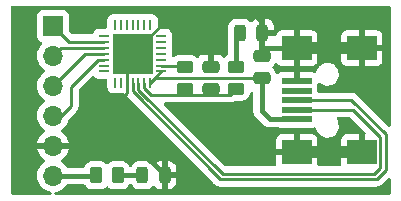
<source format=gtl>
%TF.GenerationSoftware,KiCad,Pcbnew,(6.0.5)*%
%TF.CreationDate,2024-01-21T09:52:01+01:00*%
%TF.ProjectId,pmod_usb_serial,706d6f64-5f75-4736-925f-73657269616c,rev?*%
%TF.SameCoordinates,Original*%
%TF.FileFunction,Copper,L1,Top*%
%TF.FilePolarity,Positive*%
%FSLAX46Y46*%
G04 Gerber Fmt 4.6, Leading zero omitted, Abs format (unit mm)*
G04 Created by KiCad (PCBNEW (6.0.5)) date 2024-01-21 09:52:01*
%MOMM*%
%LPD*%
G01*
G04 APERTURE LIST*
G04 Aperture macros list*
%AMRoundRect*
0 Rectangle with rounded corners*
0 $1 Rounding radius*
0 $2 $3 $4 $5 $6 $7 $8 $9 X,Y pos of 4 corners*
0 Add a 4 corners polygon primitive as box body*
4,1,4,$2,$3,$4,$5,$6,$7,$8,$9,$2,$3,0*
0 Add four circle primitives for the rounded corners*
1,1,$1+$1,$2,$3*
1,1,$1+$1,$4,$5*
1,1,$1+$1,$6,$7*
1,1,$1+$1,$8,$9*
0 Add four rect primitives between the rounded corners*
20,1,$1+$1,$2,$3,$4,$5,0*
20,1,$1+$1,$4,$5,$6,$7,0*
20,1,$1+$1,$6,$7,$8,$9,0*
20,1,$1+$1,$8,$9,$2,$3,0*%
G04 Aperture macros list end*
%TA.AperFunction,SMDPad,CuDef*%
%ADD10RoundRect,0.250000X0.262500X0.450000X-0.262500X0.450000X-0.262500X-0.450000X0.262500X-0.450000X0*%
%TD*%
%TA.AperFunction,SMDPad,CuDef*%
%ADD11RoundRect,0.062500X0.062500X-0.337500X0.062500X0.337500X-0.062500X0.337500X-0.062500X-0.337500X0*%
%TD*%
%TA.AperFunction,SMDPad,CuDef*%
%ADD12RoundRect,0.062500X0.337500X-0.062500X0.337500X0.062500X-0.337500X0.062500X-0.337500X-0.062500X0*%
%TD*%
%TA.AperFunction,SMDPad,CuDef*%
%ADD13R,3.350000X3.350000*%
%TD*%
%TA.AperFunction,SMDPad,CuDef*%
%ADD14R,2.500000X0.500000*%
%TD*%
%TA.AperFunction,SMDPad,CuDef*%
%ADD15R,2.500000X2.000000*%
%TD*%
%TA.AperFunction,SMDPad,CuDef*%
%ADD16RoundRect,0.250000X0.475000X-0.250000X0.475000X0.250000X-0.475000X0.250000X-0.475000X-0.250000X0*%
%TD*%
%TA.AperFunction,SMDPad,CuDef*%
%ADD17RoundRect,0.250000X-0.450000X0.262500X-0.450000X-0.262500X0.450000X-0.262500X0.450000X0.262500X0*%
%TD*%
%TA.AperFunction,ComponentPad*%
%ADD18R,1.700000X1.700000*%
%TD*%
%TA.AperFunction,ComponentPad*%
%ADD19O,1.700000X1.700000*%
%TD*%
%TA.AperFunction,SMDPad,CuDef*%
%ADD20RoundRect,0.250000X0.450000X-0.262500X0.450000X0.262500X-0.450000X0.262500X-0.450000X-0.262500X0*%
%TD*%
%TA.AperFunction,SMDPad,CuDef*%
%ADD21RoundRect,0.243750X0.243750X0.456250X-0.243750X0.456250X-0.243750X-0.456250X0.243750X-0.456250X0*%
%TD*%
%TA.AperFunction,SMDPad,CuDef*%
%ADD22RoundRect,0.250000X-0.475000X0.250000X-0.475000X-0.250000X0.475000X-0.250000X0.475000X0.250000X0*%
%TD*%
%TA.AperFunction,ViaPad*%
%ADD23C,0.800000*%
%TD*%
%TA.AperFunction,Conductor*%
%ADD24C,0.250000*%
%TD*%
%TA.AperFunction,Conductor*%
%ADD25C,0.400000*%
%TD*%
%TA.AperFunction,Conductor*%
%ADD26C,1.000000*%
%TD*%
G04 APERTURE END LIST*
D10*
%TO.P,R3,1*%
%TO.N,Net-(D2-Pad2)*%
X135913500Y-103886000D03*
%TO.P,R3,2*%
%TO.N,Net-(PMOD1-Pad6)*%
X134088500Y-103886000D03*
%TD*%
D11*
%TO.P,U1,1,~{DCD}*%
%TO.N,unconnected-(U1-Pad1)*%
X135660000Y-96049000D03*
%TO.P,U1,2,~{RI}/CLK*%
%TO.N,unconnected-(U1-Pad2)*%
X136160000Y-96049000D03*
%TO.P,U1,3,GND*%
%TO.N,GND*%
X136660000Y-96049000D03*
%TO.P,U1,4,D+*%
%TO.N,Net-(J1-Pad3)*%
X137160000Y-96049000D03*
%TO.P,U1,5,D-*%
%TO.N,Net-(J1-Pad2)*%
X137660000Y-96049000D03*
%TO.P,U1,6,VDD*%
%TO.N,Net-(C2-Pad1)*%
X138160000Y-96049000D03*
%TO.P,U1,7,VREGIN*%
%TO.N,+5V*%
X138660000Y-96049000D03*
D12*
%TO.P,U1,8,VBUS*%
X139610000Y-95099000D03*
%TO.P,U1,9,~{RST}*%
%TO.N,Net-(R2-Pad2)*%
X139610000Y-94599000D03*
%TO.P,U1,10,NC*%
%TO.N,unconnected-(U1-Pad10)*%
X139610000Y-94099000D03*
%TO.P,U1,11,~{SUSPEND}*%
%TO.N,unconnected-(U1-Pad11)*%
X139610000Y-93599000D03*
%TO.P,U1,12,SUSPEND*%
%TO.N,unconnected-(U1-Pad12)*%
X139610000Y-93099000D03*
%TO.P,U1,13,CHREN*%
%TO.N,unconnected-(U1-Pad13)*%
X139610000Y-92599000D03*
%TO.P,U1,14,CHR1*%
%TO.N,unconnected-(U1-Pad14)*%
X139610000Y-92099000D03*
D11*
%TO.P,U1,15,CHR0*%
%TO.N,unconnected-(U1-Pad15)*%
X138660000Y-91149000D03*
%TO.P,U1,16,~{WAKEUP}/GPIO.3*%
%TO.N,unconnected-(U1-Pad16)*%
X138160000Y-91149000D03*
%TO.P,U1,17,RS485/GPIO.2*%
%TO.N,unconnected-(U1-Pad17)*%
X137660000Y-91149000D03*
%TO.P,U1,18,~{RXT}/GPIO.1*%
%TO.N,unconnected-(U1-Pad18)*%
X137160000Y-91149000D03*
%TO.P,U1,19,~{TXT}/GPIO.0*%
%TO.N,unconnected-(U1-Pad19)*%
X136660000Y-91149000D03*
%TO.P,U1,20,GPIO.6*%
%TO.N,unconnected-(U1-Pad20)*%
X136160000Y-91149000D03*
%TO.P,U1,21,GPIO.5*%
%TO.N,unconnected-(U1-Pad21)*%
X135660000Y-91149000D03*
D12*
%TO.P,U1,22,GPIO.4*%
%TO.N,unconnected-(U1-Pad22)*%
X134710000Y-92099000D03*
%TO.P,U1,23,~{CTS}*%
%TO.N,Net-(U1-Pad23)*%
X134710000Y-92599000D03*
%TO.P,U1,24,~{RTS}*%
%TO.N,Net-(U1-Pad24)*%
X134710000Y-93099000D03*
%TO.P,U1,25,RXD*%
%TO.N,Net-(U1-Pad25)*%
X134710000Y-93599000D03*
%TO.P,U1,26,TXD*%
%TO.N,Net-(U1-Pad26)*%
X134710000Y-94099000D03*
%TO.P,U1,27,~{DSR}*%
%TO.N,unconnected-(U1-Pad27)*%
X134710000Y-94599000D03*
%TO.P,U1,28,~{DTR}*%
%TO.N,unconnected-(U1-Pad28)*%
X134710000Y-95099000D03*
D13*
%TO.P,U1,29,GND*%
%TO.N,GND*%
X137160000Y-93599000D03*
%TD*%
D14*
%TO.P,J1,1,VBUS*%
%TO.N,+5V*%
X151061000Y-99136000D03*
%TO.P,J1,2,D-*%
%TO.N,Net-(J1-Pad2)*%
X151061000Y-98336000D03*
%TO.P,J1,3,D+*%
%TO.N,Net-(J1-Pad3)*%
X151061000Y-97536000D03*
%TO.P,J1,4,ID*%
%TO.N,unconnected-(J1-Pad4)*%
X151061000Y-96736000D03*
%TO.P,J1,5,GND*%
%TO.N,GND*%
X151061000Y-95936000D03*
D15*
%TO.P,J1,6,Shield*%
X151061000Y-101936000D03*
X151061000Y-93136000D03*
X156561000Y-93136000D03*
X156561000Y-101936000D03*
%TD*%
D16*
%TO.P,C2,1*%
%TO.N,Net-(C2-Pad1)*%
X143764000Y-96581000D03*
%TO.P,C2,2*%
%TO.N,GND*%
X143764000Y-94681000D03*
%TD*%
D17*
%TO.P,R1,1*%
%TO.N,Net-(D1-Pad2)*%
X145923000Y-94718500D03*
%TO.P,R1,2*%
%TO.N,Net-(C2-Pad1)*%
X145923000Y-96543500D03*
%TD*%
D18*
%TO.P,PMOD1,1,IO0*%
%TO.N,Net-(U1-Pad23)*%
X130428000Y-91244000D03*
D19*
%TO.P,PMOD1,2,IO1*%
%TO.N,Net-(U1-Pad24)*%
X130428000Y-93784000D03*
%TO.P,PMOD1,3,IO2*%
%TO.N,Net-(U1-Pad25)*%
X130428000Y-96324000D03*
%TO.P,PMOD1,4,IO3*%
%TO.N,Net-(U1-Pad26)*%
X130428000Y-98864000D03*
%TO.P,PMOD1,5,GND*%
%TO.N,GND*%
X130428000Y-101404000D03*
%TO.P,PMOD1,6,VCC*%
%TO.N,Net-(PMOD1-Pad6)*%
X130428000Y-103944000D03*
%TD*%
D20*
%TO.P,R2,1*%
%TO.N,Net-(C2-Pad1)*%
X141605000Y-96543500D03*
%TO.P,R2,2*%
%TO.N,Net-(R2-Pad2)*%
X141605000Y-94718500D03*
%TD*%
D21*
%TO.P,D2,1,K*%
%TO.N,GND*%
X139875500Y-103886000D03*
%TO.P,D2,2,A*%
%TO.N,Net-(D2-Pad2)*%
X138000500Y-103886000D03*
%TD*%
D22*
%TO.P,C1,1*%
%TO.N,GND*%
X148082000Y-93792000D03*
%TO.P,C1,2*%
%TO.N,+5V*%
X148082000Y-95692000D03*
%TD*%
D21*
%TO.P,D1,1,K*%
%TO.N,GND*%
X148130500Y-91821000D03*
%TO.P,D1,2,A*%
%TO.N,Net-(D1-Pad2)*%
X146255500Y-91821000D03*
%TD*%
D23*
%TO.N,GND*%
X143764000Y-92837000D03*
X136144000Y-97409000D03*
X154006000Y-93136000D03*
X153969000Y-101936000D03*
X141097000Y-90932000D03*
%TD*%
D24*
%TO.N,GND*%
X137160000Y-93599000D02*
X137162672Y-93599000D01*
X136660000Y-94099000D02*
X137160000Y-93599000D01*
X136144000Y-97409000D02*
X136144000Y-101346000D01*
D25*
X143764000Y-92075000D02*
X144843500Y-90995500D01*
X151061000Y-95936000D02*
X151061000Y-93136000D01*
D24*
X139829672Y-90932000D02*
X140843000Y-90932000D01*
D25*
X148082000Y-91869500D02*
X148130500Y-91821000D01*
X148082000Y-93792000D02*
X148082000Y-93091000D01*
X148082000Y-91772500D02*
X148130500Y-91821000D01*
X147574000Y-90424000D02*
X148082000Y-90932000D01*
X137393500Y-101404000D02*
X136086000Y-101404000D01*
D24*
X136660000Y-96893000D02*
X136144000Y-97409000D01*
X136144000Y-101346000D02*
X136086000Y-101404000D01*
D26*
X156561000Y-101936000D02*
X153969000Y-101936000D01*
X153969000Y-101936000D02*
X151061000Y-101936000D01*
D25*
X136086000Y-101404000D02*
X130428000Y-101404000D01*
X148082000Y-93091000D02*
X148082000Y-91869500D01*
D24*
X140843000Y-90932000D02*
X141097000Y-90932000D01*
D25*
X143764000Y-92837000D02*
X143764000Y-94681000D01*
D24*
X136660000Y-96049000D02*
X136660000Y-94099000D01*
X137162672Y-93599000D02*
X139829672Y-90932000D01*
D25*
X143764000Y-92837000D02*
X143764000Y-92075000D01*
X145415000Y-90424000D02*
X147574000Y-90424000D01*
X151061000Y-93136000D02*
X148127000Y-93136000D01*
D26*
X154006000Y-93136000D02*
X151061000Y-93136000D01*
X156561000Y-93136000D02*
X154006000Y-93136000D01*
D25*
X144843500Y-90995500D02*
X145415000Y-90424000D01*
X139875500Y-103886000D02*
X137393500Y-101404000D01*
X144780000Y-90932000D02*
X144843500Y-90995500D01*
X148082000Y-90932000D02*
X148082000Y-91772500D01*
D24*
X136660000Y-96049000D02*
X136660000Y-96893000D01*
D25*
X148127000Y-93136000D02*
X148082000Y-93091000D01*
X141097000Y-90932000D02*
X144780000Y-90932000D01*
%TO.N,+5V*%
X151061000Y-99136000D02*
X148793000Y-99136000D01*
D24*
X148082000Y-95692000D02*
X148021000Y-95631000D01*
X148021000Y-95631000D02*
X139192000Y-95631000D01*
D25*
X148082000Y-98425000D02*
X148082000Y-95692000D01*
D24*
X138660000Y-96049000D02*
X139135000Y-95574000D01*
D25*
X148793000Y-99136000D02*
X148082000Y-98425000D01*
D24*
X139192000Y-95631000D02*
X139135000Y-95574000D01*
X139135000Y-95574000D02*
X139610000Y-95099000D01*
%TO.N,Net-(C2-Pad1)*%
X138160000Y-96049000D02*
X138160000Y-96496327D01*
X138160000Y-96496327D02*
X138751337Y-97087664D01*
X141537664Y-97087664D02*
X143704336Y-97087664D01*
X143764000Y-97028000D02*
X143704336Y-97087664D01*
X141605000Y-96543500D02*
X141605000Y-97020328D01*
X138751337Y-97087664D02*
X141537664Y-97087664D01*
X143764000Y-96581000D02*
X143764000Y-97028000D01*
X145378836Y-97087664D02*
X145923000Y-96543500D01*
X143704336Y-97087664D02*
X145378836Y-97087664D01*
X141605000Y-97020328D02*
X141537664Y-97087664D01*
D25*
%TO.N,Net-(D1-Pad2)*%
X145923000Y-94718500D02*
X145923000Y-92153500D01*
X145923000Y-92153500D02*
X146255500Y-91821000D01*
%TO.N,Net-(D2-Pad2)*%
X135913500Y-103886000D02*
X138000500Y-103886000D01*
D24*
%TO.N,Net-(J1-Pad2)*%
X158135511Y-100611489D02*
X155860022Y-98336000D01*
X158135511Y-103260511D02*
X158135511Y-100611489D01*
X137660000Y-96049000D02*
X137660000Y-96632045D01*
X157637022Y-103759000D02*
X158135511Y-103260511D01*
X137660000Y-96632045D02*
X144786955Y-103759000D01*
X155860022Y-98336000D02*
X151061000Y-98336000D01*
X144786955Y-103759000D02*
X157637022Y-103759000D01*
%TO.N,Net-(J1-Pad3)*%
X158585031Y-100425292D02*
X155695740Y-97536000D01*
X158585031Y-103446709D02*
X158585031Y-100425292D01*
X155695740Y-97536000D02*
X151061000Y-97536000D01*
X157823219Y-104208520D02*
X158585031Y-103446709D01*
X137160000Y-96767763D02*
X144600757Y-104208520D01*
X137160000Y-96049000D02*
X137160000Y-96767763D01*
X144600757Y-104208520D02*
X157823219Y-104208520D01*
%TO.N,Net-(U1-Pad23)*%
X134710000Y-92599000D02*
X131783000Y-92599000D01*
X131783000Y-92599000D02*
X130428000Y-91244000D01*
%TO.N,Net-(U1-Pad24)*%
X134710000Y-93099000D02*
X131113000Y-93099000D01*
X131113000Y-93099000D02*
X130428000Y-93784000D01*
%TO.N,Net-(U1-Pad25)*%
X133153000Y-93599000D02*
X130428000Y-96324000D01*
X134710000Y-93599000D02*
X133153000Y-93599000D01*
%TO.N,Net-(U1-Pad26)*%
X131953000Y-96408672D02*
X131953000Y-98044000D01*
X134710000Y-94099000D02*
X134262672Y-94099000D01*
X131133000Y-98864000D02*
X130428000Y-98864000D01*
X134262672Y-94099000D02*
X131953000Y-96408672D01*
X131953000Y-98044000D02*
X131133000Y-98864000D01*
D25*
%TO.N,Net-(PMOD1-Pad6)*%
X134030500Y-103944000D02*
X134088500Y-103886000D01*
X130428000Y-103944000D02*
X134030500Y-103944000D01*
D24*
%TO.N,Net-(R2-Pad2)*%
X141485500Y-94599000D02*
X141605000Y-94718500D01*
X139610000Y-94599000D02*
X141485500Y-94599000D01*
%TD*%
%TA.AperFunction,Conductor*%
%TO.N,GND*%
G36*
X158945621Y-89555502D02*
G01*
X158992114Y-89609158D01*
X159003500Y-89661500D01*
X159003500Y-99643667D01*
X158983498Y-99711788D01*
X158929842Y-99758281D01*
X158859568Y-99768385D01*
X158794988Y-99738891D01*
X158788405Y-99732762D01*
X158281097Y-99225453D01*
X156199392Y-97143747D01*
X156191852Y-97135461D01*
X156187740Y-97128982D01*
X156138088Y-97082356D01*
X156135247Y-97079602D01*
X156115510Y-97059865D01*
X156112313Y-97057385D01*
X156103291Y-97049680D01*
X156100784Y-97047326D01*
X156071061Y-97019414D01*
X156064115Y-97015595D01*
X156064112Y-97015593D01*
X156053306Y-97009652D01*
X156036787Y-96998801D01*
X156036323Y-96998441D01*
X156020781Y-96986386D01*
X156013512Y-96983241D01*
X156013508Y-96983238D01*
X155980203Y-96968826D01*
X155969553Y-96963609D01*
X155930800Y-96942305D01*
X155911177Y-96937267D01*
X155892474Y-96930863D01*
X155881160Y-96925967D01*
X155881159Y-96925967D01*
X155873885Y-96922819D01*
X155866062Y-96921580D01*
X155866052Y-96921577D01*
X155830216Y-96915901D01*
X155818596Y-96913495D01*
X155783451Y-96904472D01*
X155783450Y-96904472D01*
X155775770Y-96902500D01*
X155755516Y-96902500D01*
X155735805Y-96900949D01*
X155723626Y-96899020D01*
X155715797Y-96897780D01*
X155707905Y-96898526D01*
X155671779Y-96901941D01*
X155659921Y-96902500D01*
X152945500Y-96902500D01*
X152877379Y-96882498D01*
X152830886Y-96828842D01*
X152819500Y-96776500D01*
X152819500Y-96437866D01*
X152812745Y-96375684D01*
X152809971Y-96368284D01*
X152808966Y-96364058D01*
X152808966Y-96305761D01*
X152813105Y-96288354D01*
X152818631Y-96237486D01*
X152819000Y-96230672D01*
X152819000Y-96156282D01*
X152839002Y-96088161D01*
X152892658Y-96041668D01*
X152962932Y-96031564D01*
X153027248Y-96060862D01*
X153031466Y-96065322D01*
X153190975Y-96177011D01*
X153196838Y-96179548D01*
X153363825Y-96251810D01*
X153363829Y-96251811D01*
X153369684Y-96254345D01*
X153375931Y-96255650D01*
X153375934Y-96255651D01*
X153555557Y-96293176D01*
X153555562Y-96293177D01*
X153560293Y-96294165D01*
X153566685Y-96294500D01*
X153709663Y-96294500D01*
X153778951Y-96287462D01*
X153848378Y-96280410D01*
X153848379Y-96280410D01*
X153854727Y-96279765D01*
X153935843Y-96254345D01*
X154034451Y-96223444D01*
X154034456Y-96223442D01*
X154040541Y-96221535D01*
X154158259Y-96156282D01*
X154205271Y-96130223D01*
X154205274Y-96130221D01*
X154210850Y-96127130D01*
X154215691Y-96122981D01*
X154215695Y-96122978D01*
X154353855Y-96004560D01*
X154358698Y-96000409D01*
X154364911Y-95992400D01*
X154474131Y-95851594D01*
X154478046Y-95846547D01*
X154497921Y-95806157D01*
X154561200Y-95677556D01*
X154564018Y-95671829D01*
X154590870Y-95568742D01*
X154611492Y-95489575D01*
X154611492Y-95489572D01*
X154613102Y-95483393D01*
X154618360Y-95383064D01*
X154622959Y-95295317D01*
X154622959Y-95295313D01*
X154623293Y-95288936D01*
X154597450Y-95118054D01*
X154595130Y-95102715D01*
X154595130Y-95102714D01*
X154594175Y-95096401D01*
X154591972Y-95090415D01*
X154591971Y-95090409D01*
X154529140Y-94919640D01*
X154529138Y-94919635D01*
X154526937Y-94913654D01*
X154424326Y-94748160D01*
X154389871Y-94711724D01*
X154294919Y-94611315D01*
X154290534Y-94606678D01*
X154270986Y-94592990D01*
X154136259Y-94498654D01*
X154131025Y-94494989D01*
X154083013Y-94474212D01*
X153958175Y-94420190D01*
X153958171Y-94420189D01*
X153952316Y-94417655D01*
X153946069Y-94416350D01*
X153946066Y-94416349D01*
X153766443Y-94378824D01*
X153766438Y-94378823D01*
X153761707Y-94377835D01*
X153755315Y-94377500D01*
X153612337Y-94377500D01*
X153543049Y-94384538D01*
X153473622Y-94391590D01*
X153473621Y-94391590D01*
X153467273Y-94392235D01*
X153432858Y-94403020D01*
X153287549Y-94448556D01*
X153287544Y-94448558D01*
X153281459Y-94450465D01*
X153207027Y-94491724D01*
X153116729Y-94541777D01*
X153116726Y-94541779D01*
X153111150Y-94544870D01*
X153106309Y-94549019D01*
X153106305Y-94549022D01*
X152995494Y-94643999D01*
X152963302Y-94671591D01*
X152959391Y-94676633D01*
X152959390Y-94676634D01*
X152907503Y-94743526D01*
X152843954Y-94825453D01*
X152841138Y-94831176D01*
X152841136Y-94831179D01*
X152799892Y-94914998D01*
X152757982Y-95000171D01*
X152756373Y-95006349D01*
X152756372Y-95006351D01*
X152719463Y-95148047D01*
X152682936Y-95208926D01*
X152619293Y-95240393D01*
X152553303Y-95234268D01*
X152428609Y-95187522D01*
X152413351Y-95183895D01*
X152362486Y-95178369D01*
X152355672Y-95178000D01*
X151329115Y-95178000D01*
X151313876Y-95182475D01*
X151312671Y-95183865D01*
X151311000Y-95191548D01*
X151311000Y-95851500D01*
X151290998Y-95919621D01*
X151237342Y-95966114D01*
X151185000Y-95977500D01*
X150937000Y-95977500D01*
X150868879Y-95957498D01*
X150822386Y-95903842D01*
X150811000Y-95851500D01*
X150811000Y-95196116D01*
X150806525Y-95180877D01*
X150805135Y-95179672D01*
X150797452Y-95178001D01*
X149766331Y-95178001D01*
X149759510Y-95178371D01*
X149708648Y-95183895D01*
X149693396Y-95187521D01*
X149572946Y-95232676D01*
X149557351Y-95241214D01*
X149482988Y-95296946D01*
X149416481Y-95321794D01*
X149347099Y-95306741D01*
X149296869Y-95256567D01*
X149287900Y-95235997D01*
X149250870Y-95125007D01*
X149250869Y-95125005D01*
X149248550Y-95118054D01*
X149155478Y-94967652D01*
X149030303Y-94842695D01*
X149025765Y-94839898D01*
X148985176Y-94782647D01*
X148981946Y-94711724D01*
X149017572Y-94650313D01*
X149026068Y-94642938D01*
X149036207Y-94634902D01*
X149150739Y-94520171D01*
X149159751Y-94508760D01*
X149196109Y-94449776D01*
X149248881Y-94402283D01*
X149318953Y-94390859D01*
X149384077Y-94419133D01*
X149404195Y-94440327D01*
X149442715Y-94491724D01*
X149455276Y-94504285D01*
X149557351Y-94580786D01*
X149572946Y-94589324D01*
X149693394Y-94634478D01*
X149708649Y-94638105D01*
X149759514Y-94643631D01*
X149766328Y-94644000D01*
X150788885Y-94644000D01*
X150804124Y-94639525D01*
X150805329Y-94638135D01*
X150807000Y-94630452D01*
X150807000Y-94625884D01*
X151315000Y-94625884D01*
X151319475Y-94641123D01*
X151320865Y-94642328D01*
X151328548Y-94643999D01*
X152355669Y-94643999D01*
X152362490Y-94643629D01*
X152413352Y-94638105D01*
X152428604Y-94634479D01*
X152549054Y-94589324D01*
X152564649Y-94580786D01*
X152666724Y-94504285D01*
X152679285Y-94491724D01*
X152755786Y-94389649D01*
X152764324Y-94374054D01*
X152809478Y-94253606D01*
X152813105Y-94238351D01*
X152818631Y-94187486D01*
X152819000Y-94180672D01*
X152819000Y-94180669D01*
X154803001Y-94180669D01*
X154803371Y-94187490D01*
X154808895Y-94238352D01*
X154812521Y-94253604D01*
X154857676Y-94374054D01*
X154866214Y-94389649D01*
X154942715Y-94491724D01*
X154955276Y-94504285D01*
X155057351Y-94580786D01*
X155072946Y-94589324D01*
X155193394Y-94634478D01*
X155208649Y-94638105D01*
X155259514Y-94643631D01*
X155266328Y-94644000D01*
X156288885Y-94644000D01*
X156304124Y-94639525D01*
X156305329Y-94638135D01*
X156307000Y-94630452D01*
X156307000Y-94625884D01*
X156815000Y-94625884D01*
X156819475Y-94641123D01*
X156820865Y-94642328D01*
X156828548Y-94643999D01*
X157855669Y-94643999D01*
X157862490Y-94643629D01*
X157913352Y-94638105D01*
X157928604Y-94634479D01*
X158049054Y-94589324D01*
X158064649Y-94580786D01*
X158166724Y-94504285D01*
X158179285Y-94491724D01*
X158255786Y-94389649D01*
X158264324Y-94374054D01*
X158309478Y-94253606D01*
X158313105Y-94238351D01*
X158318631Y-94187486D01*
X158319000Y-94180672D01*
X158319000Y-93408115D01*
X158314525Y-93392876D01*
X158313135Y-93391671D01*
X158305452Y-93390000D01*
X156833115Y-93390000D01*
X156817876Y-93394475D01*
X156816671Y-93395865D01*
X156815000Y-93403548D01*
X156815000Y-94625884D01*
X156307000Y-94625884D01*
X156307000Y-93408115D01*
X156302525Y-93392876D01*
X156301135Y-93391671D01*
X156293452Y-93390000D01*
X154821116Y-93390000D01*
X154805877Y-93394475D01*
X154804672Y-93395865D01*
X154803001Y-93403548D01*
X154803001Y-94180669D01*
X152819000Y-94180669D01*
X152819000Y-93408115D01*
X152814525Y-93392876D01*
X152813135Y-93391671D01*
X152805452Y-93390000D01*
X151333115Y-93390000D01*
X151317876Y-93394475D01*
X151316671Y-93395865D01*
X151315000Y-93403548D01*
X151315000Y-94625884D01*
X150807000Y-94625884D01*
X150807000Y-92863885D01*
X151315000Y-92863885D01*
X151319475Y-92879124D01*
X151320865Y-92880329D01*
X151328548Y-92882000D01*
X152800884Y-92882000D01*
X152816123Y-92877525D01*
X152817328Y-92876135D01*
X152818999Y-92868452D01*
X152818999Y-92863885D01*
X154803000Y-92863885D01*
X154807475Y-92879124D01*
X154808865Y-92880329D01*
X154816548Y-92882000D01*
X156288885Y-92882000D01*
X156304124Y-92877525D01*
X156305329Y-92876135D01*
X156307000Y-92868452D01*
X156307000Y-92863885D01*
X156815000Y-92863885D01*
X156819475Y-92879124D01*
X156820865Y-92880329D01*
X156828548Y-92882000D01*
X158300884Y-92882000D01*
X158316123Y-92877525D01*
X158317328Y-92876135D01*
X158318999Y-92868452D01*
X158318999Y-92091331D01*
X158318629Y-92084510D01*
X158313105Y-92033648D01*
X158309479Y-92018396D01*
X158264324Y-91897946D01*
X158255786Y-91882351D01*
X158179285Y-91780276D01*
X158166724Y-91767715D01*
X158064649Y-91691214D01*
X158049054Y-91682676D01*
X157928606Y-91637522D01*
X157913351Y-91633895D01*
X157862486Y-91628369D01*
X157855672Y-91628000D01*
X156833115Y-91628000D01*
X156817876Y-91632475D01*
X156816671Y-91633865D01*
X156815000Y-91641548D01*
X156815000Y-92863885D01*
X156307000Y-92863885D01*
X156307000Y-91646116D01*
X156302525Y-91630877D01*
X156301135Y-91629672D01*
X156293452Y-91628001D01*
X155266331Y-91628001D01*
X155259510Y-91628371D01*
X155208648Y-91633895D01*
X155193396Y-91637521D01*
X155072946Y-91682676D01*
X155057351Y-91691214D01*
X154955276Y-91767715D01*
X154942715Y-91780276D01*
X154866214Y-91882351D01*
X154857676Y-91897946D01*
X154812522Y-92018394D01*
X154808895Y-92033649D01*
X154803369Y-92084514D01*
X154803000Y-92091328D01*
X154803000Y-92863885D01*
X152818999Y-92863885D01*
X152818999Y-92091331D01*
X152818629Y-92084510D01*
X152813105Y-92033648D01*
X152809479Y-92018396D01*
X152764324Y-91897946D01*
X152755786Y-91882351D01*
X152679285Y-91780276D01*
X152666724Y-91767715D01*
X152564649Y-91691214D01*
X152549054Y-91682676D01*
X152428606Y-91637522D01*
X152413351Y-91633895D01*
X152362486Y-91628369D01*
X152355672Y-91628000D01*
X151333115Y-91628000D01*
X151317876Y-91632475D01*
X151316671Y-91633865D01*
X151315000Y-91641548D01*
X151315000Y-92863885D01*
X150807000Y-92863885D01*
X150807000Y-91646116D01*
X150802525Y-91630877D01*
X150801135Y-91629672D01*
X150793452Y-91628001D01*
X149766331Y-91628001D01*
X149759510Y-91628371D01*
X149708648Y-91633895D01*
X149693396Y-91637521D01*
X149572946Y-91682676D01*
X149557351Y-91691214D01*
X149455276Y-91767715D01*
X149442715Y-91780276D01*
X149366214Y-91882351D01*
X149357676Y-91897946D01*
X149312449Y-92018588D01*
X149269807Y-92075352D01*
X149203246Y-92100052D01*
X149133897Y-92084844D01*
X149123062Y-92077308D01*
X149112452Y-92075000D01*
X148402615Y-92075000D01*
X148387376Y-92079475D01*
X148386171Y-92080865D01*
X148384500Y-92088548D01*
X148384500Y-92973826D01*
X148364498Y-93041947D01*
X148353725Y-93056338D01*
X148337671Y-93074865D01*
X148336000Y-93082548D01*
X148336000Y-93920000D01*
X148315998Y-93988121D01*
X148262342Y-94034614D01*
X148210000Y-94046000D01*
X147954000Y-94046000D01*
X147885879Y-94025998D01*
X147839386Y-93972342D01*
X147828000Y-93920000D01*
X147828000Y-92839174D01*
X147848002Y-92771053D01*
X147858775Y-92756662D01*
X147874829Y-92738135D01*
X147876500Y-92730452D01*
X147876500Y-91548885D01*
X148384500Y-91548885D01*
X148388975Y-91564124D01*
X148390365Y-91565329D01*
X148398048Y-91567000D01*
X149107884Y-91567000D01*
X149123123Y-91562525D01*
X149124328Y-91561135D01*
X149125999Y-91553452D01*
X149125999Y-91318067D01*
X149125662Y-91311548D01*
X149115834Y-91216830D01*
X149112942Y-91203436D01*
X149061964Y-91050635D01*
X149055790Y-91037457D01*
X148971256Y-90900851D01*
X148962220Y-90889450D01*
X148848521Y-90775949D01*
X148837110Y-90766937D01*
X148700346Y-90682635D01*
X148687168Y-90676491D01*
X148534260Y-90625773D01*
X148520894Y-90622907D01*
X148427399Y-90613328D01*
X148420984Y-90613000D01*
X148402615Y-90613000D01*
X148387376Y-90617475D01*
X148386171Y-90618865D01*
X148384500Y-90626548D01*
X148384500Y-91548885D01*
X147876500Y-91548885D01*
X147876500Y-90631116D01*
X147872025Y-90615877D01*
X147870635Y-90614672D01*
X147862952Y-90613001D01*
X147840067Y-90613001D01*
X147833548Y-90613338D01*
X147738830Y-90623166D01*
X147725436Y-90626058D01*
X147572635Y-90677036D01*
X147559457Y-90683210D01*
X147422851Y-90767744D01*
X147411450Y-90776780D01*
X147297949Y-90890479D01*
X147292206Y-90897751D01*
X147234289Y-90938814D01*
X147163366Y-90942046D01*
X147101954Y-90906421D01*
X147096160Y-90899746D01*
X147092797Y-90894311D01*
X146968653Y-90770383D01*
X146819329Y-90678339D01*
X146812380Y-90676034D01*
X146659366Y-90625281D01*
X146659364Y-90625281D01*
X146652835Y-90623115D01*
X146549231Y-90612500D01*
X146257766Y-90612500D01*
X145961770Y-90612501D01*
X145856871Y-90623384D01*
X145850340Y-90625563D01*
X145850335Y-90625564D01*
X145739808Y-90662439D01*
X145690474Y-90678898D01*
X145541311Y-90771203D01*
X145417383Y-90895347D01*
X145325339Y-91044671D01*
X145323034Y-91051619D01*
X145323034Y-91051620D01*
X145272679Y-91203436D01*
X145270115Y-91211165D01*
X145259500Y-91314769D01*
X145259500Y-91317986D01*
X145259501Y-91874087D01*
X145248337Y-91925938D01*
X145241955Y-91940073D01*
X145240571Y-91947540D01*
X145239770Y-91950095D01*
X145235141Y-91966348D01*
X145234478Y-91968928D01*
X145231718Y-91976009D01*
X145230727Y-91983540D01*
X145230726Y-91983542D01*
X145223379Y-92039352D01*
X145222348Y-92045859D01*
X145210704Y-92108686D01*
X145211141Y-92116266D01*
X145211141Y-92116267D01*
X145214291Y-92170892D01*
X145214500Y-92178146D01*
X145214500Y-93654613D01*
X145194498Y-93722734D01*
X145148270Y-93763184D01*
X145149054Y-93764450D01*
X144998652Y-93857522D01*
X144993479Y-93862704D01*
X144957305Y-93898941D01*
X144895022Y-93933020D01*
X144824202Y-93928017D01*
X144779114Y-93899096D01*
X144717171Y-93837261D01*
X144705760Y-93828249D01*
X144567757Y-93743184D01*
X144554576Y-93737037D01*
X144400290Y-93685862D01*
X144386914Y-93682995D01*
X144292562Y-93673328D01*
X144286145Y-93673000D01*
X144036115Y-93673000D01*
X144020876Y-93677475D01*
X144019671Y-93678865D01*
X144018000Y-93686548D01*
X144018000Y-94809000D01*
X143997998Y-94877121D01*
X143944342Y-94923614D01*
X143892000Y-94935000D01*
X143636000Y-94935000D01*
X143567879Y-94914998D01*
X143521386Y-94861342D01*
X143510000Y-94809000D01*
X143510000Y-93691116D01*
X143505525Y-93675877D01*
X143504135Y-93674672D01*
X143496452Y-93673001D01*
X143241905Y-93673001D01*
X143235386Y-93673338D01*
X143139794Y-93683257D01*
X143126400Y-93686149D01*
X142972216Y-93737588D01*
X142959038Y-93743761D01*
X142821193Y-93829063D01*
X142809787Y-93838103D01*
X142749011Y-93898984D01*
X142686729Y-93933063D01*
X142615908Y-93928060D01*
X142570821Y-93899139D01*
X142533483Y-93861866D01*
X142528303Y-93856695D01*
X142518399Y-93850590D01*
X142383968Y-93767725D01*
X142383966Y-93767724D01*
X142377738Y-93763885D01*
X142217254Y-93710655D01*
X142216389Y-93710368D01*
X142216387Y-93710368D01*
X142209861Y-93708203D01*
X142203025Y-93707503D01*
X142203022Y-93707502D01*
X142159177Y-93703010D01*
X142105400Y-93697500D01*
X141104600Y-93697500D01*
X141101354Y-93697837D01*
X141101350Y-93697837D01*
X141005692Y-93707762D01*
X141005688Y-93707763D01*
X140998834Y-93708474D01*
X140992298Y-93710655D01*
X140992296Y-93710655D01*
X140911569Y-93737588D01*
X140831054Y-93764450D01*
X140824822Y-93768306D01*
X140824823Y-93768306D01*
X140707286Y-93841040D01*
X140638834Y-93859878D01*
X140571064Y-93838717D01*
X140525493Y-93784276D01*
X140516061Y-93717449D01*
X140516956Y-93710655D01*
X140518500Y-93698925D01*
X140518499Y-93499076D01*
X140503803Y-93387439D01*
X140501125Y-93380974D01*
X140501125Y-93317026D01*
X140503803Y-93310561D01*
X140518500Y-93198925D01*
X140518499Y-92999076D01*
X140515979Y-92979928D01*
X140504881Y-92895629D01*
X140503803Y-92887439D01*
X140501125Y-92880974D01*
X140501125Y-92817026D01*
X140503803Y-92810561D01*
X140518500Y-92698925D01*
X140518499Y-92499076D01*
X140512995Y-92457261D01*
X140504881Y-92395629D01*
X140503803Y-92387439D01*
X140501125Y-92380974D01*
X140501125Y-92317026D01*
X140503803Y-92310561D01*
X140518500Y-92198925D01*
X140518499Y-91999076D01*
X140515463Y-91976009D01*
X140504881Y-91895626D01*
X140504880Y-91895624D01*
X140503803Y-91887439D01*
X140446267Y-91748536D01*
X140367678Y-91646116D01*
X140359769Y-91635809D01*
X140359768Y-91635808D01*
X140354742Y-91629258D01*
X140235463Y-91537733D01*
X140096561Y-91480197D01*
X140088377Y-91479120D01*
X140088375Y-91479119D01*
X139989012Y-91466038D01*
X139989011Y-91466038D01*
X139984925Y-91465500D01*
X139963022Y-91465500D01*
X139419499Y-91465501D01*
X139351379Y-91445499D01*
X139304886Y-91391843D01*
X139293500Y-91339501D01*
X139293499Y-90778199D01*
X139293499Y-90774076D01*
X139292666Y-90767744D01*
X139279881Y-90670626D01*
X139279880Y-90670624D01*
X139278803Y-90662439D01*
X139221267Y-90523536D01*
X139175504Y-90463897D01*
X139134769Y-90410809D01*
X139134768Y-90410808D01*
X139129742Y-90404258D01*
X139010463Y-90312733D01*
X138871561Y-90255197D01*
X138863377Y-90254120D01*
X138863375Y-90254119D01*
X138764012Y-90241038D01*
X138764011Y-90241038D01*
X138759925Y-90240500D01*
X138660013Y-90240500D01*
X138560076Y-90240501D01*
X138555991Y-90241039D01*
X138555987Y-90241039D01*
X138489656Y-90249771D01*
X138448439Y-90255197D01*
X138441974Y-90257875D01*
X138378026Y-90257875D01*
X138371561Y-90255197D01*
X138277992Y-90242879D01*
X138264012Y-90241038D01*
X138264011Y-90241038D01*
X138259925Y-90240500D01*
X138160013Y-90240500D01*
X138060076Y-90240501D01*
X138055991Y-90241039D01*
X138055987Y-90241039D01*
X137989656Y-90249771D01*
X137948439Y-90255197D01*
X137941974Y-90257875D01*
X137878026Y-90257875D01*
X137871561Y-90255197D01*
X137777992Y-90242879D01*
X137764012Y-90241038D01*
X137764011Y-90241038D01*
X137759925Y-90240500D01*
X137660013Y-90240500D01*
X137560076Y-90240501D01*
X137555991Y-90241039D01*
X137555987Y-90241039D01*
X137489656Y-90249771D01*
X137448439Y-90255197D01*
X137441974Y-90257875D01*
X137378026Y-90257875D01*
X137371561Y-90255197D01*
X137277992Y-90242879D01*
X137264012Y-90241038D01*
X137264011Y-90241038D01*
X137259925Y-90240500D01*
X137160013Y-90240500D01*
X137060076Y-90240501D01*
X137055991Y-90241039D01*
X137055987Y-90241039D01*
X136989656Y-90249771D01*
X136948439Y-90255197D01*
X136941974Y-90257875D01*
X136878026Y-90257875D01*
X136871561Y-90255197D01*
X136777992Y-90242879D01*
X136764012Y-90241038D01*
X136764011Y-90241038D01*
X136759925Y-90240500D01*
X136660013Y-90240500D01*
X136560076Y-90240501D01*
X136555991Y-90241039D01*
X136555987Y-90241039D01*
X136489656Y-90249771D01*
X136448439Y-90255197D01*
X136441974Y-90257875D01*
X136378026Y-90257875D01*
X136371561Y-90255197D01*
X136277992Y-90242879D01*
X136264012Y-90241038D01*
X136264011Y-90241038D01*
X136259925Y-90240500D01*
X136160013Y-90240500D01*
X136060076Y-90240501D01*
X136055991Y-90241039D01*
X136055987Y-90241039D01*
X135989656Y-90249771D01*
X135948439Y-90255197D01*
X135941974Y-90257875D01*
X135878026Y-90257875D01*
X135871561Y-90255197D01*
X135777992Y-90242879D01*
X135764012Y-90241038D01*
X135764011Y-90241038D01*
X135759925Y-90240500D01*
X135660013Y-90240500D01*
X135560076Y-90240501D01*
X135555991Y-90241039D01*
X135555987Y-90241039D01*
X135456626Y-90254119D01*
X135456624Y-90254120D01*
X135448439Y-90255197D01*
X135309536Y-90312733D01*
X135302985Y-90317760D01*
X135196811Y-90399230D01*
X135190258Y-90404258D01*
X135098733Y-90523537D01*
X135041197Y-90662439D01*
X135040120Y-90670623D01*
X135040119Y-90670625D01*
X135038462Y-90683210D01*
X135026500Y-90774075D01*
X135026500Y-90778197D01*
X135026501Y-91339500D01*
X135006499Y-91407621D01*
X134952843Y-91454114D01*
X134900501Y-91465500D01*
X134356984Y-91465501D01*
X134335076Y-91465501D01*
X134330992Y-91466039D01*
X134330986Y-91466039D01*
X134231626Y-91479119D01*
X134231624Y-91479120D01*
X134223439Y-91480197D01*
X134084536Y-91537733D01*
X134024897Y-91583496D01*
X133971811Y-91624230D01*
X133965258Y-91629258D01*
X133873733Y-91748537D01*
X133816197Y-91887439D01*
X133812906Y-91886076D01*
X133784476Y-91932727D01*
X133720618Y-91963754D01*
X133699713Y-91965500D01*
X132097595Y-91965500D01*
X132029474Y-91945498D01*
X132008500Y-91928595D01*
X131823405Y-91743500D01*
X131789379Y-91681188D01*
X131786500Y-91654405D01*
X131786500Y-90345866D01*
X131779745Y-90283684D01*
X131728615Y-90147295D01*
X131641261Y-90030739D01*
X131524705Y-89943385D01*
X131388316Y-89892255D01*
X131326134Y-89885500D01*
X129529866Y-89885500D01*
X129467684Y-89892255D01*
X129331295Y-89943385D01*
X129214739Y-90030739D01*
X129127385Y-90147295D01*
X129076255Y-90283684D01*
X129069500Y-90345866D01*
X129069500Y-92142134D01*
X129076255Y-92204316D01*
X129127385Y-92340705D01*
X129214739Y-92457261D01*
X129331295Y-92544615D01*
X129339704Y-92547767D01*
X129339705Y-92547768D01*
X129448451Y-92588535D01*
X129505216Y-92631176D01*
X129529916Y-92697738D01*
X129514709Y-92767087D01*
X129495316Y-92793568D01*
X129368629Y-92926138D01*
X129365715Y-92930410D01*
X129365714Y-92930411D01*
X129313446Y-93007033D01*
X129242743Y-93110680D01*
X129203695Y-93194803D01*
X129157128Y-93295123D01*
X129148688Y-93313305D01*
X129088989Y-93528570D01*
X129065251Y-93750695D01*
X129065548Y-93755848D01*
X129065548Y-93755851D01*
X129073810Y-93899139D01*
X129078110Y-93973715D01*
X129079247Y-93978761D01*
X129079248Y-93978767D01*
X129091834Y-94034614D01*
X129127222Y-94191639D01*
X129152384Y-94253606D01*
X129206728Y-94387439D01*
X129211266Y-94398616D01*
X129241869Y-94448556D01*
X129322900Y-94580786D01*
X129327987Y-94589088D01*
X129474250Y-94757938D01*
X129646126Y-94900632D01*
X129685455Y-94923614D01*
X129719445Y-94943476D01*
X129768169Y-94995114D01*
X129781240Y-95064897D01*
X129754509Y-95130669D01*
X129714055Y-95164027D01*
X129701607Y-95170507D01*
X129697474Y-95173610D01*
X129697471Y-95173612D01*
X129527100Y-95301530D01*
X129522965Y-95304635D01*
X129368629Y-95466138D01*
X129242743Y-95650680D01*
X129148688Y-95853305D01*
X129088989Y-96068570D01*
X129065251Y-96290695D01*
X129065548Y-96295848D01*
X129065548Y-96295851D01*
X129073541Y-96434469D01*
X129078110Y-96513715D01*
X129079247Y-96518761D01*
X129079248Y-96518767D01*
X129084752Y-96543189D01*
X129127222Y-96731639D01*
X129187562Y-96880240D01*
X129206371Y-96926560D01*
X129211266Y-96938616D01*
X129243515Y-96991242D01*
X129324598Y-97123557D01*
X129327987Y-97129088D01*
X129474250Y-97297938D01*
X129646126Y-97440632D01*
X129716595Y-97481811D01*
X129719445Y-97483476D01*
X129768169Y-97535114D01*
X129781240Y-97604897D01*
X129754509Y-97670669D01*
X129714055Y-97704027D01*
X129701607Y-97710507D01*
X129697474Y-97713610D01*
X129697471Y-97713612D01*
X129527100Y-97841530D01*
X129522965Y-97844635D01*
X129519393Y-97848373D01*
X129397732Y-97975684D01*
X129368629Y-98006138D01*
X129365715Y-98010410D01*
X129365714Y-98010411D01*
X129359146Y-98020039D01*
X129242743Y-98190680D01*
X129224761Y-98229420D01*
X129159682Y-98369621D01*
X129148688Y-98393305D01*
X129088989Y-98608570D01*
X129065251Y-98830695D01*
X129065548Y-98835848D01*
X129065548Y-98835851D01*
X129075382Y-99006405D01*
X129078110Y-99053715D01*
X129079247Y-99058761D01*
X129079248Y-99058767D01*
X129095205Y-99129572D01*
X129127222Y-99271639D01*
X129211266Y-99478616D01*
X129213965Y-99483020D01*
X129299613Y-99622785D01*
X129327987Y-99669088D01*
X129474250Y-99837938D01*
X129646126Y-99980632D01*
X129719955Y-100023774D01*
X129768679Y-100075412D01*
X129781750Y-100145195D01*
X129755019Y-100210967D01*
X129714562Y-100244327D01*
X129706457Y-100248546D01*
X129697738Y-100254036D01*
X129527433Y-100381905D01*
X129519726Y-100388748D01*
X129372590Y-100542717D01*
X129366104Y-100550727D01*
X129246098Y-100726649D01*
X129241000Y-100735623D01*
X129151338Y-100928783D01*
X129147775Y-100938470D01*
X129092389Y-101138183D01*
X129093912Y-101146607D01*
X129106292Y-101150000D01*
X131746344Y-101150000D01*
X131759875Y-101146027D01*
X131761180Y-101136947D01*
X131719214Y-100969875D01*
X131715894Y-100960124D01*
X131630972Y-100764814D01*
X131626105Y-100755739D01*
X131510426Y-100576926D01*
X131504136Y-100568757D01*
X131360806Y-100411240D01*
X131353273Y-100404215D01*
X131186139Y-100272222D01*
X131177556Y-100266520D01*
X131140602Y-100246120D01*
X131090631Y-100195687D01*
X131075859Y-100126245D01*
X131100975Y-100059839D01*
X131128327Y-100033232D01*
X131151797Y-100016491D01*
X131307860Y-99905173D01*
X131318571Y-99894500D01*
X131394108Y-99819226D01*
X131466096Y-99747489D01*
X131470191Y-99741791D01*
X131593435Y-99570277D01*
X131596453Y-99566077D01*
X131627769Y-99502715D01*
X131693136Y-99370453D01*
X131693137Y-99370451D01*
X131695430Y-99365811D01*
X131759729Y-99154179D01*
X131791192Y-99101712D01*
X132062210Y-98830695D01*
X132345258Y-98547647D01*
X132353537Y-98540113D01*
X132360018Y-98536000D01*
X132406644Y-98486348D01*
X132409398Y-98483507D01*
X132429135Y-98463770D01*
X132431615Y-98460573D01*
X132439320Y-98451551D01*
X132464159Y-98425100D01*
X132469586Y-98419321D01*
X132473405Y-98412375D01*
X132473407Y-98412372D01*
X132479348Y-98401566D01*
X132490199Y-98385047D01*
X132497758Y-98375301D01*
X132502614Y-98369041D01*
X132505759Y-98361772D01*
X132505762Y-98361768D01*
X132520174Y-98328463D01*
X132525391Y-98317813D01*
X132546695Y-98279060D01*
X132551733Y-98259437D01*
X132558137Y-98240734D01*
X132563033Y-98229420D01*
X132563033Y-98229419D01*
X132566181Y-98222145D01*
X132567420Y-98214322D01*
X132567423Y-98214312D01*
X132573099Y-98178476D01*
X132575505Y-98166856D01*
X132584528Y-98131711D01*
X132584528Y-98131710D01*
X132586500Y-98124030D01*
X132586500Y-98103776D01*
X132588051Y-98084065D01*
X132589980Y-98071886D01*
X132591220Y-98064057D01*
X132587059Y-98020038D01*
X132586500Y-98008181D01*
X132586500Y-96723266D01*
X132606502Y-96655145D01*
X132623405Y-96634171D01*
X133743648Y-95513928D01*
X133805960Y-95479902D01*
X133876775Y-95484967D01*
X133932706Y-95526320D01*
X133960228Y-95562188D01*
X133960232Y-95562192D01*
X133965258Y-95568742D01*
X134084537Y-95660267D01*
X134223439Y-95717803D01*
X134231623Y-95718880D01*
X134231625Y-95718881D01*
X134330988Y-95731962D01*
X134335075Y-95732500D01*
X134356978Y-95732500D01*
X134900501Y-95732499D01*
X134968621Y-95752501D01*
X135015114Y-95806157D01*
X135026500Y-95858499D01*
X135026501Y-96156282D01*
X135026501Y-96423924D01*
X135027039Y-96428008D01*
X135027039Y-96428014D01*
X135034462Y-96484401D01*
X135041197Y-96535561D01*
X135098733Y-96674464D01*
X135190258Y-96793742D01*
X135309537Y-96885267D01*
X135448439Y-96942803D01*
X135456623Y-96943880D01*
X135456625Y-96943881D01*
X135555988Y-96956962D01*
X135560075Y-96957500D01*
X135659987Y-96957500D01*
X135759924Y-96957499D01*
X135764009Y-96956961D01*
X135764013Y-96956961D01*
X135848217Y-96945876D01*
X135871561Y-96942803D01*
X135878026Y-96940125D01*
X135941974Y-96940125D01*
X135948439Y-96942803D01*
X136033649Y-96954021D01*
X136055981Y-96956961D01*
X136060075Y-96957500D01*
X136159987Y-96957500D01*
X136259924Y-96957499D01*
X136264009Y-96956961D01*
X136264013Y-96956961D01*
X136304752Y-96951598D01*
X136371561Y-96942803D01*
X136378656Y-96939864D01*
X136443582Y-96939864D01*
X136456757Y-96943394D01*
X136475613Y-96945876D01*
X136540541Y-96974597D01*
X136573167Y-97018551D01*
X136573982Y-97021356D01*
X136578015Y-97028176D01*
X136578018Y-97028182D01*
X136584293Y-97038791D01*
X136592988Y-97056539D01*
X136600448Y-97075380D01*
X136605110Y-97081796D01*
X136605110Y-97081797D01*
X136626436Y-97111150D01*
X136632952Y-97121070D01*
X136641782Y-97136000D01*
X136655458Y-97159125D01*
X136669779Y-97173446D01*
X136682619Y-97188479D01*
X136694528Y-97204870D01*
X136700634Y-97209921D01*
X136728605Y-97233061D01*
X136737384Y-97241051D01*
X144097100Y-104600767D01*
X144104644Y-104609057D01*
X144108757Y-104615538D01*
X144114534Y-104620963D01*
X144158424Y-104662178D01*
X144161266Y-104664933D01*
X144180987Y-104684654D01*
X144184182Y-104687132D01*
X144193204Y-104694838D01*
X144225436Y-104725106D01*
X144232385Y-104728926D01*
X144243189Y-104734866D01*
X144259713Y-104745719D01*
X144275716Y-104758133D01*
X144316300Y-104775696D01*
X144326930Y-104780903D01*
X144365697Y-104802215D01*
X144373374Y-104804186D01*
X144373379Y-104804188D01*
X144385315Y-104807252D01*
X144404023Y-104813657D01*
X144422612Y-104821701D01*
X144430437Y-104822940D01*
X144430439Y-104822941D01*
X144466276Y-104828617D01*
X144477897Y-104831024D01*
X144513046Y-104840048D01*
X144520727Y-104842020D01*
X144540988Y-104842020D01*
X144560697Y-104843571D01*
X144580700Y-104846739D01*
X144588592Y-104845993D01*
X144593819Y-104845499D01*
X144624711Y-104842579D01*
X144636568Y-104842020D01*
X157744451Y-104842020D01*
X157755634Y-104842547D01*
X157763127Y-104844222D01*
X157771053Y-104843973D01*
X157771054Y-104843973D01*
X157831217Y-104842082D01*
X157835175Y-104842020D01*
X157863075Y-104842020D01*
X157867066Y-104841516D01*
X157878899Y-104840584D01*
X157923108Y-104839194D01*
X157930722Y-104836982D01*
X157930727Y-104836981D01*
X157942560Y-104833543D01*
X157961923Y-104829532D01*
X157982016Y-104826994D01*
X157989383Y-104824077D01*
X157989388Y-104824076D01*
X158023127Y-104810718D01*
X158034354Y-104806874D01*
X158050389Y-104802215D01*
X158076812Y-104794538D01*
X158094247Y-104784227D01*
X158111995Y-104775532D01*
X158130836Y-104768072D01*
X158151206Y-104753273D01*
X158166606Y-104742084D01*
X158176526Y-104735568D01*
X158207754Y-104717100D01*
X158207757Y-104717098D01*
X158214581Y-104713062D01*
X158228902Y-104698741D01*
X158243936Y-104685900D01*
X158253912Y-104678652D01*
X158260326Y-104673992D01*
X158288507Y-104639927D01*
X158296497Y-104631146D01*
X158788405Y-104139239D01*
X158850717Y-104105214D01*
X158921533Y-104110279D01*
X158978368Y-104152826D01*
X159003179Y-104219346D01*
X159003500Y-104228335D01*
X159003500Y-105410500D01*
X158983498Y-105478621D01*
X158929842Y-105525114D01*
X158877500Y-105536500D01*
X130663782Y-105536500D01*
X130595661Y-105516498D01*
X130549168Y-105462842D01*
X130539064Y-105392568D01*
X130568558Y-105327988D01*
X130628284Y-105289604D01*
X130647772Y-105285521D01*
X130706288Y-105278025D01*
X130706289Y-105278025D01*
X130711416Y-105277368D01*
X130716366Y-105275883D01*
X130920429Y-105214661D01*
X130920434Y-105214659D01*
X130925384Y-105213174D01*
X131125994Y-105114896D01*
X131307860Y-104985173D01*
X131358733Y-104934478D01*
X131389209Y-104904107D01*
X131466096Y-104827489D01*
X131472329Y-104818815D01*
X131554132Y-104704974D01*
X131610127Y-104661326D01*
X131656455Y-104652500D01*
X133059640Y-104652500D01*
X133127761Y-104672502D01*
X133166784Y-104712197D01*
X133183118Y-104738593D01*
X133227522Y-104810348D01*
X133352697Y-104935305D01*
X133358927Y-104939145D01*
X133358928Y-104939146D01*
X133496246Y-105023790D01*
X133503262Y-105028115D01*
X133510480Y-105030509D01*
X133664611Y-105081632D01*
X133664613Y-105081632D01*
X133671139Y-105083797D01*
X133677975Y-105084497D01*
X133677978Y-105084498D01*
X133721031Y-105088909D01*
X133775600Y-105094500D01*
X134401400Y-105094500D01*
X134404646Y-105094163D01*
X134404650Y-105094163D01*
X134500308Y-105084238D01*
X134500312Y-105084237D01*
X134507166Y-105083526D01*
X134513702Y-105081345D01*
X134513704Y-105081345D01*
X134666077Y-105030509D01*
X134674946Y-105027550D01*
X134825348Y-104934478D01*
X134911784Y-104847891D01*
X134974066Y-104813812D01*
X135044886Y-104818815D01*
X135089976Y-104847736D01*
X135177697Y-104935305D01*
X135183927Y-104939145D01*
X135183928Y-104939146D01*
X135321246Y-105023790D01*
X135328262Y-105028115D01*
X135335480Y-105030509D01*
X135489611Y-105081632D01*
X135489613Y-105081632D01*
X135496139Y-105083797D01*
X135502975Y-105084497D01*
X135502978Y-105084498D01*
X135546031Y-105088909D01*
X135600600Y-105094500D01*
X136226400Y-105094500D01*
X136229646Y-105094163D01*
X136229650Y-105094163D01*
X136325308Y-105084238D01*
X136325312Y-105084237D01*
X136332166Y-105083526D01*
X136338702Y-105081345D01*
X136338704Y-105081345D01*
X136491077Y-105030509D01*
X136499946Y-105027550D01*
X136650348Y-104934478D01*
X136775305Y-104809303D01*
X136803594Y-104763410D01*
X136860780Y-104670638D01*
X136913553Y-104623144D01*
X136983624Y-104611721D01*
X137048748Y-104639995D01*
X137075179Y-104670444D01*
X137163203Y-104812689D01*
X137287347Y-104936617D01*
X137436671Y-105028661D01*
X137443619Y-105030966D01*
X137443620Y-105030966D01*
X137596634Y-105081719D01*
X137596636Y-105081719D01*
X137603165Y-105083885D01*
X137706769Y-105094500D01*
X137998234Y-105094500D01*
X138294230Y-105094499D01*
X138399129Y-105083616D01*
X138405660Y-105081437D01*
X138405665Y-105081436D01*
X138558578Y-105030420D01*
X138565526Y-105028102D01*
X138714689Y-104935797D01*
X138838617Y-104811653D01*
X138840614Y-104808413D01*
X138897352Y-104768186D01*
X138968275Y-104764953D01*
X139029687Y-104800578D01*
X139037066Y-104809078D01*
X139043782Y-104817552D01*
X139157479Y-104931051D01*
X139168890Y-104940063D01*
X139305654Y-105024365D01*
X139318832Y-105030509D01*
X139471740Y-105081227D01*
X139485106Y-105084093D01*
X139578601Y-105093672D01*
X139585016Y-105094000D01*
X139603385Y-105094000D01*
X139618624Y-105089525D01*
X139619829Y-105088135D01*
X139621500Y-105080452D01*
X139621500Y-105075884D01*
X140129500Y-105075884D01*
X140133975Y-105091123D01*
X140135365Y-105092328D01*
X140143048Y-105093999D01*
X140165933Y-105093999D01*
X140172452Y-105093662D01*
X140267170Y-105083834D01*
X140280564Y-105080942D01*
X140433365Y-105029964D01*
X140446543Y-105023790D01*
X140583149Y-104939256D01*
X140594550Y-104930220D01*
X140708051Y-104816521D01*
X140717063Y-104805110D01*
X140801365Y-104668346D01*
X140807509Y-104655168D01*
X140858227Y-104502260D01*
X140861093Y-104488894D01*
X140870672Y-104395399D01*
X140871000Y-104388984D01*
X140871000Y-104158115D01*
X140866525Y-104142876D01*
X140865135Y-104141671D01*
X140857452Y-104140000D01*
X140147615Y-104140000D01*
X140132376Y-104144475D01*
X140131171Y-104145865D01*
X140129500Y-104153548D01*
X140129500Y-105075884D01*
X139621500Y-105075884D01*
X139621500Y-103613885D01*
X140129500Y-103613885D01*
X140133975Y-103629124D01*
X140135365Y-103630329D01*
X140143048Y-103632000D01*
X140852884Y-103632000D01*
X140868123Y-103627525D01*
X140869328Y-103626135D01*
X140870999Y-103618452D01*
X140870999Y-103383067D01*
X140870662Y-103376548D01*
X140860834Y-103281830D01*
X140857942Y-103268436D01*
X140806964Y-103115635D01*
X140800790Y-103102457D01*
X140716256Y-102965851D01*
X140707220Y-102954450D01*
X140593521Y-102840949D01*
X140582110Y-102831937D01*
X140445346Y-102747635D01*
X140432168Y-102741491D01*
X140279260Y-102690773D01*
X140265894Y-102687907D01*
X140172399Y-102678328D01*
X140165984Y-102678000D01*
X140147615Y-102678000D01*
X140132376Y-102682475D01*
X140131171Y-102683865D01*
X140129500Y-102691548D01*
X140129500Y-103613885D01*
X139621500Y-103613885D01*
X139621500Y-102696116D01*
X139617025Y-102680877D01*
X139615635Y-102679672D01*
X139607952Y-102678001D01*
X139585067Y-102678001D01*
X139578548Y-102678338D01*
X139483830Y-102688166D01*
X139470436Y-102691058D01*
X139317635Y-102742036D01*
X139304457Y-102748210D01*
X139167851Y-102832744D01*
X139156450Y-102841780D01*
X139042949Y-102955479D01*
X139037206Y-102962751D01*
X138979289Y-103003814D01*
X138908366Y-103007046D01*
X138846954Y-102971421D01*
X138841160Y-102964746D01*
X138837797Y-102959311D01*
X138713653Y-102835383D01*
X138564329Y-102743339D01*
X138557380Y-102741034D01*
X138404366Y-102690281D01*
X138404364Y-102690281D01*
X138397835Y-102688115D01*
X138294231Y-102677500D01*
X138002766Y-102677500D01*
X137706770Y-102677501D01*
X137601871Y-102688384D01*
X137595340Y-102690563D01*
X137595335Y-102690564D01*
X137461854Y-102735097D01*
X137435474Y-102743898D01*
X137286311Y-102836203D01*
X137162383Y-102960347D01*
X137158543Y-102966577D01*
X137158542Y-102966578D01*
X137075457Y-103101368D01*
X137022685Y-103148861D01*
X136952614Y-103160285D01*
X136887490Y-103132011D01*
X136861053Y-103101555D01*
X136778332Y-102967880D01*
X136774478Y-102961652D01*
X136649303Y-102836695D01*
X136643072Y-102832854D01*
X136504968Y-102747725D01*
X136504966Y-102747724D01*
X136498738Y-102743885D01*
X136368352Y-102700638D01*
X136337389Y-102690368D01*
X136337387Y-102690368D01*
X136330861Y-102688203D01*
X136324025Y-102687503D01*
X136324022Y-102687502D01*
X136280969Y-102683091D01*
X136226400Y-102677500D01*
X135600600Y-102677500D01*
X135597354Y-102677837D01*
X135597350Y-102677837D01*
X135501692Y-102687762D01*
X135501688Y-102687763D01*
X135494834Y-102688474D01*
X135488298Y-102690655D01*
X135488296Y-102690655D01*
X135471928Y-102696116D01*
X135327054Y-102744450D01*
X135176652Y-102837522D01*
X135092791Y-102921530D01*
X135090216Y-102924109D01*
X135027934Y-102958188D01*
X134957114Y-102953185D01*
X134912025Y-102924264D01*
X134829483Y-102841866D01*
X134824303Y-102836695D01*
X134818072Y-102832854D01*
X134679968Y-102747725D01*
X134679966Y-102747724D01*
X134673738Y-102743885D01*
X134543352Y-102700638D01*
X134512389Y-102690368D01*
X134512387Y-102690368D01*
X134505861Y-102688203D01*
X134499025Y-102687503D01*
X134499022Y-102687502D01*
X134455969Y-102683091D01*
X134401400Y-102677500D01*
X133775600Y-102677500D01*
X133772354Y-102677837D01*
X133772350Y-102677837D01*
X133676692Y-102687762D01*
X133676688Y-102687763D01*
X133669834Y-102688474D01*
X133663298Y-102690655D01*
X133663296Y-102690655D01*
X133646928Y-102696116D01*
X133502054Y-102744450D01*
X133351652Y-102837522D01*
X133226695Y-102962697D01*
X133222855Y-102968927D01*
X133222854Y-102968928D01*
X133141217Y-103101368D01*
X133133885Y-103113262D01*
X133131581Y-103120209D01*
X133121976Y-103149167D01*
X133081546Y-103207527D01*
X133015982Y-103234764D01*
X133002383Y-103235500D01*
X131656286Y-103235500D01*
X131588165Y-103215498D01*
X131550494Y-103177941D01*
X131531681Y-103148861D01*
X131508014Y-103112277D01*
X131357670Y-102947051D01*
X131353619Y-102943852D01*
X131353615Y-102943848D01*
X131186414Y-102811800D01*
X131186410Y-102811798D01*
X131182359Y-102808598D01*
X131140569Y-102785529D01*
X131090598Y-102735097D01*
X131075826Y-102665654D01*
X131100942Y-102599248D01*
X131128294Y-102572641D01*
X131303328Y-102447792D01*
X131311200Y-102441139D01*
X131462052Y-102290812D01*
X131468730Y-102282965D01*
X131593003Y-102110020D01*
X131598313Y-102101183D01*
X131692670Y-101910267D01*
X131696469Y-101900672D01*
X131758377Y-101696910D01*
X131760555Y-101686837D01*
X131761986Y-101675962D01*
X131759775Y-101661778D01*
X131746617Y-101658000D01*
X129111225Y-101658000D01*
X129097694Y-101661973D01*
X129096257Y-101671966D01*
X129126565Y-101806446D01*
X129129645Y-101816275D01*
X129209770Y-102013603D01*
X129214413Y-102022794D01*
X129325694Y-102204388D01*
X129331777Y-102212699D01*
X129471213Y-102373667D01*
X129478580Y-102380883D01*
X129642434Y-102516916D01*
X129650881Y-102522831D01*
X129719969Y-102563203D01*
X129768693Y-102614842D01*
X129781764Y-102684625D01*
X129755033Y-102750396D01*
X129714584Y-102783752D01*
X129701607Y-102790507D01*
X129697474Y-102793610D01*
X129697471Y-102793612D01*
X129633203Y-102841866D01*
X129522965Y-102924635D01*
X129368629Y-103086138D01*
X129365715Y-103090410D01*
X129365714Y-103090411D01*
X129318049Y-103160285D01*
X129242743Y-103270680D01*
X129148688Y-103473305D01*
X129088989Y-103688570D01*
X129065251Y-103910695D01*
X129078110Y-104133715D01*
X129079247Y-104138761D01*
X129079248Y-104138767D01*
X129097408Y-104219346D01*
X129127222Y-104351639D01*
X129211266Y-104558616D01*
X129213965Y-104563020D01*
X129321556Y-104738593D01*
X129327987Y-104749088D01*
X129474250Y-104917938D01*
X129646126Y-105060632D01*
X129839000Y-105173338D01*
X130047692Y-105253030D01*
X130052760Y-105254061D01*
X130052763Y-105254062D01*
X130214806Y-105287030D01*
X130277571Y-105320211D01*
X130312433Y-105382059D01*
X130308324Y-105452937D01*
X130266547Y-105510341D01*
X130200368Y-105536046D01*
X130189685Y-105536500D01*
X126999500Y-105536500D01*
X126931379Y-105516498D01*
X126884886Y-105462842D01*
X126873500Y-105410500D01*
X126873500Y-89661500D01*
X126893502Y-89593379D01*
X126947158Y-89546886D01*
X126999500Y-89535500D01*
X158877500Y-89535500D01*
X158945621Y-89555502D01*
G37*
%TD.AperFunction*%
%TA.AperFunction,Conductor*%
G36*
X147339288Y-96874121D02*
G01*
X147371385Y-96937449D01*
X147373500Y-96960440D01*
X147373500Y-98396088D01*
X147373208Y-98404658D01*
X147369275Y-98462352D01*
X147370580Y-98469829D01*
X147370580Y-98469830D01*
X147380261Y-98525299D01*
X147381223Y-98531821D01*
X147388898Y-98595242D01*
X147391581Y-98602343D01*
X147392222Y-98604952D01*
X147396685Y-98621262D01*
X147397450Y-98623798D01*
X147398757Y-98631284D01*
X147401811Y-98638241D01*
X147424442Y-98689795D01*
X147426933Y-98695899D01*
X147449513Y-98755656D01*
X147453817Y-98761919D01*
X147455054Y-98764285D01*
X147463299Y-98779097D01*
X147464632Y-98781351D01*
X147467685Y-98788305D01*
X147504170Y-98835851D01*
X147506579Y-98838991D01*
X147510459Y-98844332D01*
X147542339Y-98890720D01*
X147542344Y-98890725D01*
X147546643Y-98896981D01*
X147552313Y-98902032D01*
X147552314Y-98902034D01*
X147593170Y-98938435D01*
X147598446Y-98943416D01*
X148271550Y-99616520D01*
X148277404Y-99622785D01*
X148315439Y-99666385D01*
X148338537Y-99682618D01*
X148367697Y-99703112D01*
X148372993Y-99707045D01*
X148423282Y-99746477D01*
X148430204Y-99749602D01*
X148432452Y-99750964D01*
X148447185Y-99759368D01*
X148449524Y-99760622D01*
X148455739Y-99764990D01*
X148462815Y-99767749D01*
X148462819Y-99767751D01*
X148515269Y-99788200D01*
X148521334Y-99790749D01*
X148579573Y-99817045D01*
X148587038Y-99818429D01*
X148589582Y-99819226D01*
X148605848Y-99823859D01*
X148608428Y-99824521D01*
X148615509Y-99827282D01*
X148623042Y-99828274D01*
X148623043Y-99828274D01*
X148655699Y-99832573D01*
X148678857Y-99835622D01*
X148685355Y-99836650D01*
X148748187Y-99848296D01*
X148755767Y-99847859D01*
X148755768Y-99847859D01*
X148810393Y-99844709D01*
X148817647Y-99844500D01*
X149562487Y-99844500D01*
X149606716Y-99852518D01*
X149693289Y-99884973D01*
X149693291Y-99884973D01*
X149700684Y-99887745D01*
X149708532Y-99888598D01*
X149708534Y-99888598D01*
X149759469Y-99894131D01*
X149762866Y-99894500D01*
X152359134Y-99894500D01*
X152421316Y-99887745D01*
X152428712Y-99884973D01*
X152428718Y-99884971D01*
X152553241Y-99838289D01*
X152624048Y-99833106D01*
X152686417Y-99867027D01*
X152720546Y-99929282D01*
X152722047Y-99937392D01*
X152727825Y-99975599D01*
X152730028Y-99981585D01*
X152730029Y-99981591D01*
X152792860Y-100152360D01*
X152792862Y-100152365D01*
X152795063Y-100158346D01*
X152846200Y-100240821D01*
X152854394Y-100254036D01*
X152897674Y-100323840D01*
X152902055Y-100328473D01*
X152902056Y-100328474D01*
X152996523Y-100428371D01*
X153031466Y-100465322D01*
X153190975Y-100577011D01*
X153196838Y-100579548D01*
X153363825Y-100651810D01*
X153363829Y-100651811D01*
X153369684Y-100654345D01*
X153375931Y-100655650D01*
X153375934Y-100655651D01*
X153555557Y-100693176D01*
X153555562Y-100693177D01*
X153560293Y-100694165D01*
X153566685Y-100694500D01*
X153709663Y-100694500D01*
X153778951Y-100687462D01*
X153848378Y-100680410D01*
X153848379Y-100680410D01*
X153854727Y-100679765D01*
X153935843Y-100654345D01*
X154034451Y-100623444D01*
X154034456Y-100623442D01*
X154040541Y-100621535D01*
X154137634Y-100567715D01*
X154205271Y-100530223D01*
X154205274Y-100530221D01*
X154210850Y-100527130D01*
X154215691Y-100522981D01*
X154215695Y-100522978D01*
X154353855Y-100404560D01*
X154358698Y-100400409D01*
X154478046Y-100246547D01*
X154503073Y-100195687D01*
X154561200Y-100077556D01*
X154564018Y-100071829D01*
X154567141Y-100059839D01*
X154611492Y-99889575D01*
X154611492Y-99889572D01*
X154613102Y-99883393D01*
X154620132Y-99749261D01*
X154622959Y-99695317D01*
X154622959Y-99695313D01*
X154623293Y-99688936D01*
X154594175Y-99496401D01*
X154591972Y-99490415D01*
X154591971Y-99490409D01*
X154529140Y-99319640D01*
X154529138Y-99319635D01*
X154526937Y-99313654D01*
X154432843Y-99161896D01*
X154413945Y-99093461D01*
X154435047Y-99025673D01*
X154489448Y-98980054D01*
X154539929Y-98969500D01*
X155545428Y-98969500D01*
X155613549Y-98989502D01*
X155634523Y-99006405D01*
X156855339Y-100227221D01*
X156889365Y-100289533D01*
X156884300Y-100360348D01*
X156841753Y-100417184D01*
X156822985Y-100426579D01*
X156816671Y-100433865D01*
X156815000Y-100441548D01*
X156815000Y-102064000D01*
X156794998Y-102132121D01*
X156741342Y-102178614D01*
X156689000Y-102190000D01*
X154821116Y-102190000D01*
X154805877Y-102194475D01*
X154804672Y-102195865D01*
X154803001Y-102203548D01*
X154803001Y-102980669D01*
X154803554Y-102990877D01*
X154802296Y-102990945D01*
X154790660Y-103055793D01*
X154742330Y-103107801D01*
X154677934Y-103125500D01*
X152944067Y-103125500D01*
X152875946Y-103105498D01*
X152829453Y-103051842D01*
X152819622Y-102990947D01*
X152818447Y-102990883D01*
X152819000Y-102980672D01*
X152819000Y-102208115D01*
X152814525Y-102192876D01*
X152813135Y-102191671D01*
X152805452Y-102190000D01*
X149321116Y-102190000D01*
X149305877Y-102194475D01*
X149304672Y-102195865D01*
X149303001Y-102203548D01*
X149303001Y-102980669D01*
X149303554Y-102990877D01*
X149302296Y-102990945D01*
X149290660Y-103055793D01*
X149242330Y-103107801D01*
X149177934Y-103125500D01*
X145101550Y-103125500D01*
X145033429Y-103105498D01*
X145012455Y-103088595D01*
X143587745Y-101663885D01*
X149303000Y-101663885D01*
X149307475Y-101679124D01*
X149308865Y-101680329D01*
X149316548Y-101682000D01*
X150788885Y-101682000D01*
X150804124Y-101677525D01*
X150805329Y-101676135D01*
X150807000Y-101668452D01*
X150807000Y-101663885D01*
X151315000Y-101663885D01*
X151319475Y-101679124D01*
X151320865Y-101680329D01*
X151328548Y-101682000D01*
X152800884Y-101682000D01*
X152816123Y-101677525D01*
X152817328Y-101676135D01*
X152818999Y-101668452D01*
X152818999Y-101663885D01*
X154803000Y-101663885D01*
X154807475Y-101679124D01*
X154808865Y-101680329D01*
X154816548Y-101682000D01*
X156288885Y-101682000D01*
X156304124Y-101677525D01*
X156305329Y-101676135D01*
X156307000Y-101668452D01*
X156307000Y-100446116D01*
X156302525Y-100430877D01*
X156301135Y-100429672D01*
X156293452Y-100428001D01*
X155266331Y-100428001D01*
X155259510Y-100428371D01*
X155208648Y-100433895D01*
X155193396Y-100437521D01*
X155072946Y-100482676D01*
X155057351Y-100491214D01*
X154955276Y-100567715D01*
X154942715Y-100580276D01*
X154866214Y-100682351D01*
X154857676Y-100697946D01*
X154812522Y-100818394D01*
X154808895Y-100833649D01*
X154803369Y-100884514D01*
X154803000Y-100891328D01*
X154803000Y-101663885D01*
X152818999Y-101663885D01*
X152818999Y-100891331D01*
X152818629Y-100884510D01*
X152813105Y-100833648D01*
X152809479Y-100818396D01*
X152764324Y-100697946D01*
X152755786Y-100682351D01*
X152679285Y-100580276D01*
X152666724Y-100567715D01*
X152564649Y-100491214D01*
X152549054Y-100482676D01*
X152428606Y-100437522D01*
X152413351Y-100433895D01*
X152362486Y-100428369D01*
X152355672Y-100428000D01*
X151333115Y-100428000D01*
X151317876Y-100432475D01*
X151316671Y-100433865D01*
X151315000Y-100441548D01*
X151315000Y-101663885D01*
X150807000Y-101663885D01*
X150807000Y-100446116D01*
X150802525Y-100430877D01*
X150801135Y-100429672D01*
X150793452Y-100428001D01*
X149766331Y-100428001D01*
X149759510Y-100428371D01*
X149708648Y-100433895D01*
X149693396Y-100437521D01*
X149572946Y-100482676D01*
X149557351Y-100491214D01*
X149455276Y-100567715D01*
X149442715Y-100580276D01*
X149366214Y-100682351D01*
X149357676Y-100697946D01*
X149312522Y-100818394D01*
X149308895Y-100833649D01*
X149303369Y-100884514D01*
X149303000Y-100891328D01*
X149303000Y-101663885D01*
X143587745Y-101663885D01*
X139860119Y-97936259D01*
X139826093Y-97873947D01*
X139831158Y-97803132D01*
X139873705Y-97746296D01*
X139940225Y-97721485D01*
X139949214Y-97721164D01*
X141458897Y-97721164D01*
X141470080Y-97721691D01*
X141477573Y-97723366D01*
X141485499Y-97723117D01*
X141485500Y-97723117D01*
X141545650Y-97721226D01*
X141549609Y-97721164D01*
X143625569Y-97721164D01*
X143636752Y-97721691D01*
X143644245Y-97723366D01*
X143652171Y-97723117D01*
X143652172Y-97723117D01*
X143712322Y-97721226D01*
X143716281Y-97721164D01*
X145300069Y-97721164D01*
X145311252Y-97721691D01*
X145318745Y-97723366D01*
X145326671Y-97723117D01*
X145326672Y-97723117D01*
X145386822Y-97721226D01*
X145390781Y-97721164D01*
X145418692Y-97721164D01*
X145422627Y-97720667D01*
X145422692Y-97720659D01*
X145434529Y-97719726D01*
X145466787Y-97718712D01*
X145470806Y-97718586D01*
X145478725Y-97718337D01*
X145498179Y-97712685D01*
X145517536Y-97708677D01*
X145529766Y-97707132D01*
X145529767Y-97707132D01*
X145537633Y-97706138D01*
X145545004Y-97703219D01*
X145545006Y-97703219D01*
X145578748Y-97689860D01*
X145589978Y-97686015D01*
X145624819Y-97675893D01*
X145624820Y-97675893D01*
X145632429Y-97673682D01*
X145639248Y-97669649D01*
X145639253Y-97669647D01*
X145649864Y-97663371D01*
X145667612Y-97654676D01*
X145686453Y-97647216D01*
X145722223Y-97621228D01*
X145732143Y-97614712D01*
X145748739Y-97604897D01*
X145770198Y-97592206D01*
X145772274Y-97590130D01*
X145836289Y-97564994D01*
X145847434Y-97564500D01*
X146423400Y-97564500D01*
X146426646Y-97564163D01*
X146426650Y-97564163D01*
X146522308Y-97554238D01*
X146522312Y-97554237D01*
X146529166Y-97553526D01*
X146535702Y-97551345D01*
X146535704Y-97551345D01*
X146689998Y-97499868D01*
X146696946Y-97497550D01*
X146847348Y-97404478D01*
X146972305Y-97279303D01*
X147015073Y-97209921D01*
X147061275Y-97134968D01*
X147061276Y-97134966D01*
X147065115Y-97128738D01*
X147116241Y-96974597D01*
X147118632Y-96967389D01*
X147118632Y-96967387D01*
X147120797Y-96960861D01*
X147122156Y-96947598D01*
X147148997Y-96881870D01*
X147207112Y-96841088D01*
X147278050Y-96838200D01*
X147339288Y-96874121D01*
G37*
%TD.AperFunction*%
%TD*%
M02*

</source>
